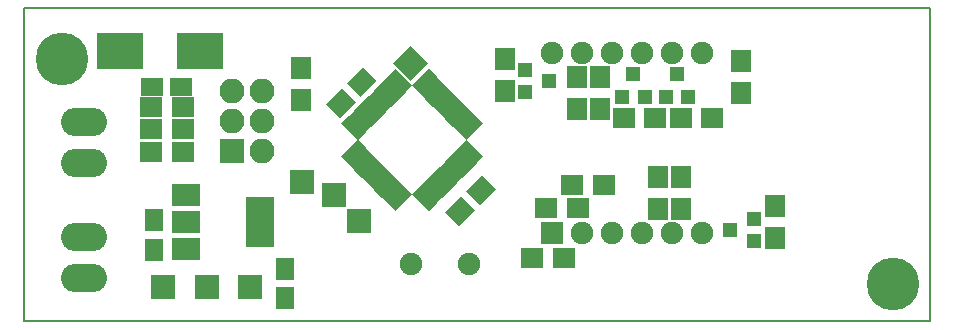
<source format=gbs>
G04 #@! TF.FileFunction,Soldermask,Bot*
%FSLAX46Y46*%
G04 Gerber Fmt 4.6, Leading zero omitted, Abs format (unit mm)*
G04 Created by KiCad (PCBNEW 4.0.7) date 11/22/17 14:23:38*
%MOMM*%
%LPD*%
G01*
G04 APERTURE LIST*
%ADD10C,0.100000*%
%ADD11C,0.150000*%
%ADD12R,1.900000X1.900000*%
%ADD13C,1.900000*%
%ADD14R,1.650000X1.900000*%
%ADD15R,1.900000X1.650000*%
%ADD16R,2.100000X2.100000*%
%ADD17O,2.100000X2.100000*%
%ADD18O,3.900120X2.398980*%
%ADD19R,1.700000X1.900000*%
%ADD20R,1.900000X1.700000*%
%ADD21R,2.400000X4.200000*%
%ADD22R,2.400000X1.900000*%
%ADD23R,1.300000X1.200000*%
%ADD24R,1.200000X1.300000*%
%ADD25R,3.900000X3.100000*%
%ADD26C,4.464000*%
G04 APERTURE END LIST*
D10*
D11*
X18034000Y-22352000D02*
X18542000Y-22352000D01*
X18034000Y-23431500D02*
X18034000Y-22352000D01*
X94742000Y-22352000D02*
X94742000Y-23431500D01*
X18034000Y-48831500D02*
X18034000Y-23431500D01*
X39878000Y-48831500D02*
X18034000Y-48831500D01*
X94742000Y-48831500D02*
X39878000Y-48831500D01*
X94742000Y-47307500D02*
X94742000Y-48831500D01*
X94742000Y-23431500D02*
X94742000Y-47307500D01*
X18542000Y-22352000D02*
X94742000Y-22352000D01*
D12*
X62801500Y-41338500D03*
D13*
X65341500Y-41338500D03*
X67881500Y-41338500D03*
X70421500Y-41338500D03*
X72961500Y-41338500D03*
X75501500Y-41338500D03*
X75501500Y-26098500D03*
X72961500Y-26098500D03*
X70421500Y-26098500D03*
X67881500Y-26098500D03*
X65341500Y-26098500D03*
X62801500Y-26098500D03*
D10*
G36*
X56955086Y-34861036D02*
X56283334Y-35532788D01*
X54869120Y-34118574D01*
X55540872Y-33446822D01*
X56955086Y-34861036D01*
X56955086Y-34861036D01*
G37*
G36*
X56389400Y-35426721D02*
X55717648Y-36098473D01*
X54303434Y-34684259D01*
X54975186Y-34012507D01*
X56389400Y-35426721D01*
X56389400Y-35426721D01*
G37*
G36*
X55823715Y-35992407D02*
X55151963Y-36664159D01*
X53737749Y-35249945D01*
X54409501Y-34578193D01*
X55823715Y-35992407D01*
X55823715Y-35992407D01*
G37*
G36*
X55258030Y-36558092D02*
X54586278Y-37229844D01*
X53172064Y-35815630D01*
X53843816Y-35143878D01*
X55258030Y-36558092D01*
X55258030Y-36558092D01*
G37*
G36*
X54692344Y-37123778D02*
X54020592Y-37795530D01*
X52606378Y-36381316D01*
X53278130Y-35709564D01*
X54692344Y-37123778D01*
X54692344Y-37123778D01*
G37*
G36*
X54126659Y-37689463D02*
X53454907Y-38361215D01*
X52040693Y-36947001D01*
X52712445Y-36275249D01*
X54126659Y-37689463D01*
X54126659Y-37689463D01*
G37*
G36*
X53560973Y-38255148D02*
X52889221Y-38926900D01*
X51475007Y-37512686D01*
X52146759Y-36840934D01*
X53560973Y-38255148D01*
X53560973Y-38255148D01*
G37*
G36*
X52995288Y-38820834D02*
X52323536Y-39492586D01*
X50909322Y-38078372D01*
X51581074Y-37406620D01*
X52995288Y-38820834D01*
X52995288Y-38820834D01*
G37*
G36*
X49530464Y-39492586D02*
X48858712Y-38820834D01*
X50272926Y-37406620D01*
X50944678Y-38078372D01*
X49530464Y-39492586D01*
X49530464Y-39492586D01*
G37*
G36*
X48964779Y-38926900D02*
X48293027Y-38255148D01*
X49707241Y-36840934D01*
X50378993Y-37512686D01*
X48964779Y-38926900D01*
X48964779Y-38926900D01*
G37*
G36*
X48399093Y-38361215D02*
X47727341Y-37689463D01*
X49141555Y-36275249D01*
X49813307Y-36947001D01*
X48399093Y-38361215D01*
X48399093Y-38361215D01*
G37*
G36*
X47833408Y-37795530D02*
X47161656Y-37123778D01*
X48575870Y-35709564D01*
X49247622Y-36381316D01*
X47833408Y-37795530D01*
X47833408Y-37795530D01*
G37*
G36*
X47267722Y-37229844D02*
X46595970Y-36558092D01*
X48010184Y-35143878D01*
X48681936Y-35815630D01*
X47267722Y-37229844D01*
X47267722Y-37229844D01*
G37*
G36*
X46702037Y-36664159D02*
X46030285Y-35992407D01*
X47444499Y-34578193D01*
X48116251Y-35249945D01*
X46702037Y-36664159D01*
X46702037Y-36664159D01*
G37*
G36*
X46136352Y-36098473D02*
X45464600Y-35426721D01*
X46878814Y-34012507D01*
X47550566Y-34684259D01*
X46136352Y-36098473D01*
X46136352Y-36098473D01*
G37*
G36*
X45570666Y-35532788D02*
X44898914Y-34861036D01*
X46313128Y-33446822D01*
X46984880Y-34118574D01*
X45570666Y-35532788D01*
X45570666Y-35532788D01*
G37*
G36*
X46984880Y-32810426D02*
X46313128Y-33482178D01*
X44898914Y-32067964D01*
X45570666Y-31396212D01*
X46984880Y-32810426D01*
X46984880Y-32810426D01*
G37*
G36*
X47550566Y-32244741D02*
X46878814Y-32916493D01*
X45464600Y-31502279D01*
X46136352Y-30830527D01*
X47550566Y-32244741D01*
X47550566Y-32244741D01*
G37*
G36*
X48116251Y-31679055D02*
X47444499Y-32350807D01*
X46030285Y-30936593D01*
X46702037Y-30264841D01*
X48116251Y-31679055D01*
X48116251Y-31679055D01*
G37*
G36*
X48681936Y-31113370D02*
X48010184Y-31785122D01*
X46595970Y-30370908D01*
X47267722Y-29699156D01*
X48681936Y-31113370D01*
X48681936Y-31113370D01*
G37*
G36*
X49247622Y-30547684D02*
X48575870Y-31219436D01*
X47161656Y-29805222D01*
X47833408Y-29133470D01*
X49247622Y-30547684D01*
X49247622Y-30547684D01*
G37*
G36*
X49813307Y-29981999D02*
X49141555Y-30653751D01*
X47727341Y-29239537D01*
X48399093Y-28567785D01*
X49813307Y-29981999D01*
X49813307Y-29981999D01*
G37*
G36*
X50378993Y-29416314D02*
X49707241Y-30088066D01*
X48293027Y-28673852D01*
X48964779Y-28002100D01*
X50378993Y-29416314D01*
X50378993Y-29416314D01*
G37*
G36*
X50944678Y-28850628D02*
X50272926Y-29522380D01*
X48858712Y-28108166D01*
X49530464Y-27436414D01*
X50944678Y-28850628D01*
X50944678Y-28850628D01*
G37*
G36*
X51581074Y-29522380D02*
X50909322Y-28850628D01*
X52323536Y-27436414D01*
X52995288Y-28108166D01*
X51581074Y-29522380D01*
X51581074Y-29522380D01*
G37*
G36*
X52146759Y-30088066D02*
X51475007Y-29416314D01*
X52889221Y-28002100D01*
X53560973Y-28673852D01*
X52146759Y-30088066D01*
X52146759Y-30088066D01*
G37*
G36*
X52712445Y-30653751D02*
X52040693Y-29981999D01*
X53454907Y-28567785D01*
X54126659Y-29239537D01*
X52712445Y-30653751D01*
X52712445Y-30653751D01*
G37*
G36*
X53278130Y-31219436D02*
X52606378Y-30547684D01*
X54020592Y-29133470D01*
X54692344Y-29805222D01*
X53278130Y-31219436D01*
X53278130Y-31219436D01*
G37*
G36*
X53843816Y-31785122D02*
X53172064Y-31113370D01*
X54586278Y-29699156D01*
X55258030Y-30370908D01*
X53843816Y-31785122D01*
X53843816Y-31785122D01*
G37*
G36*
X54409501Y-32350807D02*
X53737749Y-31679055D01*
X55151963Y-30264841D01*
X55823715Y-30936593D01*
X54409501Y-32350807D01*
X54409501Y-32350807D01*
G37*
G36*
X54975186Y-32916493D02*
X54303434Y-32244741D01*
X55717648Y-30830527D01*
X56389400Y-31502279D01*
X54975186Y-32916493D01*
X54975186Y-32916493D01*
G37*
G36*
X55540872Y-33482178D02*
X54869120Y-32810426D01*
X56283334Y-31396212D01*
X56955086Y-32067964D01*
X55540872Y-33482178D01*
X55540872Y-33482178D01*
G37*
D14*
X29083000Y-40279000D03*
X29083000Y-42779000D03*
X40195500Y-44386500D03*
X40195500Y-46886500D03*
D10*
G36*
X44798529Y-31615698D02*
X43631802Y-30448971D01*
X44975305Y-29105468D01*
X46142032Y-30272195D01*
X44798529Y-31615698D01*
X44798529Y-31615698D01*
G37*
G36*
X46566295Y-29847932D02*
X45399568Y-28681205D01*
X46743071Y-27337702D01*
X47909798Y-28504429D01*
X46566295Y-29847932D01*
X46566295Y-29847932D01*
G37*
D15*
X31369000Y-29019500D03*
X28869000Y-29019500D03*
D16*
X35687000Y-34417000D03*
D17*
X38227000Y-34417000D03*
X35687000Y-31877000D03*
X38227000Y-31877000D03*
X35687000Y-29337000D03*
X38227000Y-29337000D03*
D18*
X23114000Y-41683940D03*
X23114000Y-45184060D03*
X23114000Y-31965900D03*
X23114000Y-35466020D03*
D16*
X33528000Y-45974000D03*
X29845000Y-45974000D03*
X37211000Y-45974000D03*
X46418500Y-40322500D03*
X44323000Y-38163500D03*
X41592500Y-37020500D03*
D10*
G36*
X49315076Y-26987500D02*
X50800000Y-25502576D01*
X52284924Y-26987500D01*
X50800000Y-28472424D01*
X49315076Y-26987500D01*
X49315076Y-26987500D01*
G37*
D19*
X41529000Y-30068500D03*
X41529000Y-27368500D03*
D20*
X31496000Y-30670500D03*
X28796000Y-30670500D03*
X31496000Y-32575500D03*
X28796000Y-32575500D03*
X31496000Y-34480500D03*
X28796000Y-34480500D03*
D21*
X38062047Y-40453000D03*
D22*
X31762047Y-40453000D03*
X31762047Y-38153000D03*
X31762047Y-42753000D03*
D13*
X55753000Y-44005500D03*
X50853000Y-44005500D03*
D10*
G36*
X54902612Y-40752115D02*
X53735885Y-39585388D01*
X55079388Y-38241885D01*
X56246115Y-39408612D01*
X54902612Y-40752115D01*
X54902612Y-40752115D01*
G37*
G36*
X56670378Y-38984349D02*
X55503651Y-37817622D01*
X56847154Y-36474119D01*
X58013881Y-37640846D01*
X56670378Y-38984349D01*
X56670378Y-38984349D01*
G37*
D23*
X79851000Y-40134500D03*
X79851000Y-42034500D03*
X77851000Y-41084500D03*
D24*
X74292500Y-29876500D03*
X72392500Y-29876500D03*
X73342500Y-27876500D03*
X70609500Y-29876500D03*
X68709500Y-29876500D03*
X69659500Y-27876500D03*
D23*
X60484000Y-29461500D03*
X60484000Y-27561500D03*
X62484000Y-28511500D03*
D19*
X81661000Y-39052500D03*
X81661000Y-41752500D03*
X64897000Y-28130500D03*
X64897000Y-30830500D03*
X66865500Y-28130500D03*
X66865500Y-30830500D03*
X78740000Y-26827500D03*
X78740000Y-29527500D03*
X73660000Y-39339500D03*
X73660000Y-36639500D03*
X71755000Y-39339500D03*
X71755000Y-36639500D03*
D20*
X67183000Y-37274500D03*
X64483000Y-37274500D03*
X64960500Y-39243000D03*
X62260500Y-39243000D03*
X63754000Y-43497500D03*
X61054000Y-43497500D03*
X76360000Y-31623000D03*
X73660000Y-31623000D03*
X71534000Y-31623000D03*
X68834000Y-31623000D03*
D19*
X58801000Y-29306500D03*
X58801000Y-26606500D03*
D25*
X32956500Y-25971500D03*
X26156500Y-25971500D03*
D26*
X21272500Y-26670000D03*
X91630500Y-45720000D03*
M02*

</source>
